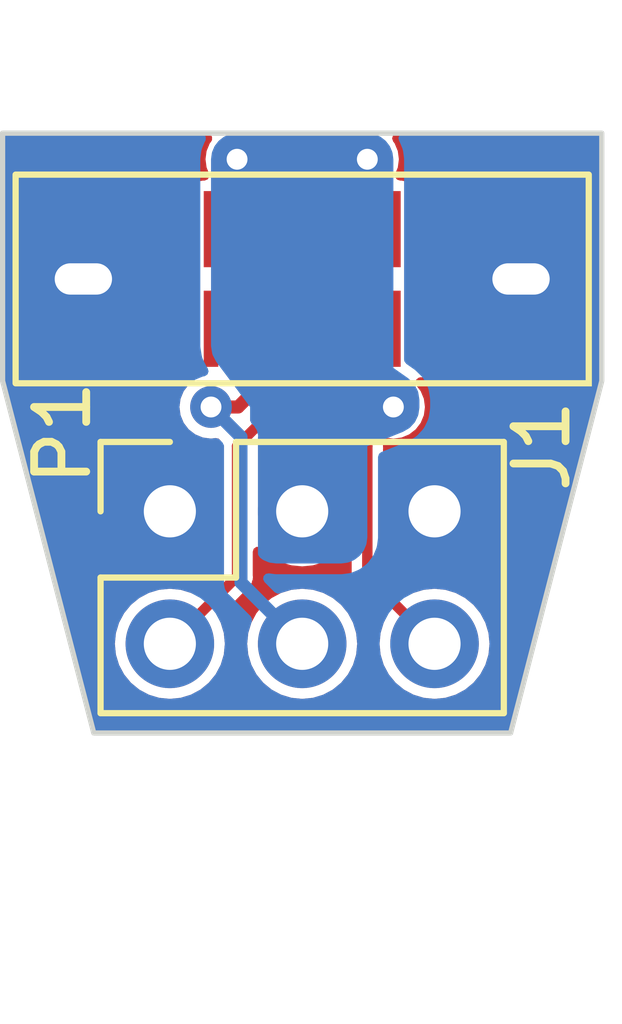
<source format=kicad_pcb>
(kicad_pcb (version 20221018) (generator pcbnew)
  (layers (0 "F.Cu" signal) (31 "B.Cu" signal) (34 "B.Paste" user) (35 "F.Paste" user) (36 "B.SilkS" user "B.Silkscreen") (37 "F.SilkS" user "F.Silkscreen") (38 "B.Mask" user) (39 "F.Mask" user) (44 "Edge.Cuts" user))
  (net 0 "")
  (net 1 "GND")
  (net 2 "VBUS")
  (net 3 "/D-")
  (net 4 "/CC")
  (net 6 "/D+")
  (footprint "Connector_PinSocket_2.54mm:PinSocket_2x03_P2.54mm_Vertical" (layer "F.Cu") (at 49.46 51.5 90)
    (fp_text reference "J1" (at 1.25 7.14 270) (layer "F.SilkS"))
    (fp_text value "Conn_02x03_Odd_Even")
    (fp_line (start -3.87 -1.33) (end -3.87 6.41) (stroke (width 0.12)) (layer "F.SilkS"))
    (fp_line (start -3.87 -1.33) (end -1.27 -1.33) (stroke (width 0.12)) (layer "F.SilkS"))
    (fp_line (start -3.87 6.41) (end 1.33 6.41) (stroke (width 0.12)) (layer "F.SilkS"))
    (fp_line (start -1.27 -1.33) (end -1.27 1.27) (stroke (width 0.12)) (layer "F.SilkS"))
    (fp_line (start -1.27 1.27) (end 1.33 1.27) (stroke (width 0.12)) (layer "F.SilkS"))
    (fp_line (start 0 -1.33) (end 1.33 -1.33) (stroke (width 0.12)) (layer "F.SilkS"))
    (fp_line (start 1.33 -1.33) (end 1.33 0) (stroke (width 0.12)) (layer "F.SilkS"))
    (fp_line (start 1.33 1.27) (end 1.33 6.41) (stroke (width 0.12)) (layer "F.SilkS"))
    (pad "1" thru_hole rect (at 0 0 90) (size 1.7 1.7) (drill 1) (layers "*.Cu" "*.Mask") (net 1 "GND"))
    (pad "2" thru_hole oval (at -2.54 0 90) (size 1.7 1.7) (drill 1) (layers "*.Cu" "*.Mask") (net 6 "/D+"))
    (pad "3" thru_hole oval (at 0 2.54 90) (size 1.7 1.7) (drill 1) (layers "*.Cu" "*.Mask") (net 2 "VBUS"))
    (pad "4" thru_hole oval (at -2.54 2.54 90) (size 1.7 1.7) (drill 1) (layers "*.Cu" "*.Mask") (net 4 "/CC"))
    (pad "5" thru_hole oval (at 0 5.08 90) (size 1.7 1.7) (drill 1) (layers "*.Cu" "*.Mask") (net 1 "GND"))
    (pad "6" thru_hole oval (at -2.54 5.08 90) (size 1.7 1.7) (drill 1) (layers "*.Cu" "*.Mask") (net 3 "/D-"))
  )
  (footprint "H3_Connectors:TC-003LS" (layer "F.Cu") (at 52 47.045 180)
    (fp_text reference "P1" (at 4.6 -2.955 90 unlocked) (layer "F.SilkS"))
    (fp_text value "TC-003LS")
    (fp_rect (start -5.5 -2) (end 5.5 2) (stroke (width 0.12)) (fill none) (layer "F.SilkS"))
    (pad "A1" smd rect (at 2.75 -0.955 180) (size 0.28 1.46) (layers "F.Cu" "F.Paste" "F.Mask") (net 1 "GND"))
    (pad "A2" smd rect (at 2.25 -0.955 180) (size 0.28 1.46) (layers "F.Cu" "F.Paste" "F.Mask"))
    (pad "A3" smd rect (at 1.75 -0.955 180) (size 0.28 1.46) (layers "F.Cu" "F.Paste" "F.Mask"))
    (pad "A4" smd rect (at 1.25 -0.955 180) (size 0.28 1.46) (layers "F.Cu" "F.Paste" "F.Mask") (net 2 "VBUS"))
    (pad "A5" smd rect (at 0.75 -0.955 180) (size 0.28 1.46) (layers "F.Cu" "F.Paste" "F.Mask") (net 4 "/CC"))
    (pad "A6" smd rect (at 0.25 -0.955 180) (size 0.28 1.46) (layers "F.Cu" "F.Paste" "F.Mask") (net 6 "/D+"))
    (pad "A7" smd rect (at -0.25 -0.955 180) (size 0.28 1.46) (layers "F.Cu" "F.Paste" "F.Mask") (net 3 "/D-"))
    (pad "A8" smd rect (at -0.75 -0.955 180) (size 0.28 1.46) (layers "F.Cu" "F.Paste" "F.Mask"))
    (pad "A9" smd rect (at -1.25 -0.955 180) (size 0.28 1.46) (layers "F.Cu" "F.Paste" "F.Mask") (net 2 "VBUS"))
    (pad "A10" smd rect (at -1.75 -0.955 180) (size 0.28 1.46) (layers "F.Cu" "F.Paste" "F.Mask"))
    (pad "A11" smd rect (at -2.25 -0.955 180) (size 0.28 1.46) (layers "F.Cu" "F.Paste" "F.Mask"))
    (pad "A12" smd rect (at -2.75 -0.955 180) (size 0.28 1.46) (layers "F.Cu" "F.Paste" "F.Mask") (net 1 "GND"))
    (pad "B1" smd rect (at -2.75 0.955) (size 0.28 1.46) (layers "F.Cu" "F.Paste" "F.Mask") (net 1 "GND"))
    (pad "B2" smd rect (at -2.25 0.955) (size 0.28 1.46) (layers "F.Cu" "F.Paste" "F.Mask"))
    (pad "B3" smd rect (at -1.75 0.955) (size 0.28 1.46) (layers "F.Cu" "F.Paste" "F.Mask"))
    (pad "B4" smd rect (at -1.25 0.955) (size 0.28 1.46) (layers "F.Cu" "F.Paste" "F.Mask") (net 2 "VBUS"))
    (pad "B5" smd rect (at -0.75 0.955) (size 0.28 1.46) (layers "F.Cu" "F.Paste" "F.Mask"))
    (pad "B6" smd rect (at -0.25 0.955) (size 0.28 1.46) (layers "F.Cu" "F.Paste" "F.Mask"))
    (pad "B7" smd rect (at 0.25 0.955) (size 0.28 1.46) (layers "F.Cu" "F.Paste" "F.Mask"))
    (pad "B8" smd rect (at 0.75 0.955) (size 0.28 1.46) (layers "F.Cu" "F.Paste" "F.Mask"))
    (pad "B9" smd rect (at 1.25 0.955) (size 0.28 1.46) (layers "F.Cu" "F.Paste" "F.Mask") (net 2 "VBUS"))
    (pad "B10" smd rect (at 1.75 0.955) (size 0.28 1.46) (layers "F.Cu" "F.Paste" "F.Mask"))
    (pad "B11" smd rect (at 2.25 0.955) (size 0.28 1.46) (layers "F.Cu" "F.Paste" "F.Mask"))
    (pad "B12" smd rect (at 2.75 0.955) (size 0.28 1.46) (layers "F.Cu" "F.Paste" "F.Mask") (net 1 "GND"))
    (pad "S1" thru_hole oval (at -4.2 0 180) (size 1.5 1) (drill oval 1.1 0.6) (layers "*.Cu" "*.Mask") (net 1 "GND"))
    (pad "S1" thru_hole oval (at 4.2 0 180) (size 1.5 1) (drill oval 1.1 0.6) (layers "*.Cu" "*.Mask") (net 1 "GND"))
  )
  (gr_poly (pts (xy 46.25 44.25) (xy 46.25 49) (xy 48 55.75) (xy 56 55.75) (xy 57.75 49) (xy 57.75 44.25)) (stroke (width 0.1)) (fill none) (layer "Edge.Cuts"))
  (segment (start 53.25 49) (end 53.75 49.5) (width 0.25) (layer "F.Cu") (net 2))
  (segment (start 50.75 46.09) (end 50.75 44.75) (width 0.25) (layer "F.Cu") (net 2))
  (segment (start 53.25 46.09) (end 53.25 48) (width 0.25) (layer "F.Cu") (net 2))
  (segment (start 53.25 48) (end 53.25 49) (width 0.25) (layer "F.Cu") (net 2))
  (segment (start 53.25 46.09) (end 53.25 44.75) (width 0.25) (layer "F.Cu") (net 2))
  (segment (start 50.75 46.09) (end 50.75 48) (width 0.25) (layer "F.Cu") (net 2))
  (via (at 53.25 44.75) (size 0.8) (drill 0.4) (layers "F.Cu" "B.Cu") (net 2))
  (via (at 50.75 44.75) (size 0.8) (drill 0.4) (layers "F.Cu" "B.Cu") (net 2))
  (via (at 53.75 49.5) (size 0.8) (drill 0.4) (layers "F.Cu" "B.Cu") (net 2))
  (segment (start 53.25 52.75) (end 53.25 50.25) (width 0.2) (layer "F.Cu") (net 3))
  (segment (start 52.25 49.25) (end 52.25 48) (width 0.2) (layer "F.Cu") (net 3))
  (segment (start 53.25 50.25) (end 52.25 49.25) (width 0.2) (layer "F.Cu") (net 3))
  (segment (start 54.54 54.04) (end 53.25 52.75) (width 0.2) (layer "F.Cu") (net 3))
  (segment (start 50.77 49.5) (end 50.25 49.5) (width 0.25) (layer "F.Cu") (net 4))
  (segment (start 51.25 48) (end 51.25 49.02) (width 0.25) (layer "F.Cu") (net 4))
  (segment (start 51.25 49.02) (end 50.77 49.5) (width 0.25) (layer "F.Cu") (net 4))
  (via (at 50.25 49.5) (size 0.8) (drill 0.4) (layers "F.Cu" "B.Cu") (net 4))
  (segment (start 50.825 50.075) (end 50.825 52.865) (width 0.25) (layer "B.Cu") (net 4))
  (segment (start 50.25 49.5) (end 50.825 50.075) (width 0.25) (layer "B.Cu") (net 4))
  (segment (start 50.825 52.865) (end 52 54.04) (width 0.25) (layer "B.Cu") (net 4))
  (segment (start 50.75 52.75) (end 50.75 50.25) (width 0.2) (layer "F.Cu") (net 6))
  (segment (start 51.75 49.25) (end 51.75 48) (width 0.2) (layer "F.Cu") (net 6))
  (segment (start 50.75 50.25) (end 51.75 49.25) (width 0.2) (layer "F.Cu") (net 6))
  (segment (start 49.46 54.04) (end 50.75 52.75) (width 0.2) (layer "F.Cu") (net 6))
  (zone (net 1) (net_name "GND") (layers "F&B.Cu") (connect_pads yes (clearance 0.2)) (min_thickness 0.2) (fill yes (thermal_gap 0.5) (thermal_bridge_width 0.5))
    (polygon (pts (xy 46.25 44.25) (xy 46.25 49) (xy 48 55.75) (xy 56 55.75) (xy 57.75 49) (xy 57.75 44.25)))
  )
  (zone (net 2) (net_name "VBUS") (layer "B.Cu") (priority 1) (connect_pads yes (clearance 0.2)) (min_thickness 0.2) (fill yes (thermal_gap 0.5) (thermal_bridge_width 0.5) (smoothing fillet) (radius 0.5))
    (polygon (pts (xy 51 52.5) (xy 53.25 52.5) (xy 53.25 50.25) (xy 54.25 49.85) (xy 54.25 49.1) (xy 53.75 48.75) (xy 53.75 44.25) (xy 50.25 44.25) (xy 50.25 48.5) (xy 51 49.5)))
  )
)
</source>
